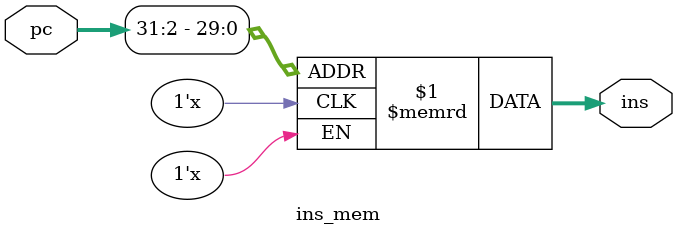
<source format=v>
module ins_mem(pc,ins);

input [31:0]pc;
output[31:0]ins;

parameter INS_MEM_SIZE =32;
reg [31:0]mem[INS_MEM_SIZE-1:0];

assign ins =mem[pc[31:2]];

endmodule

</source>
